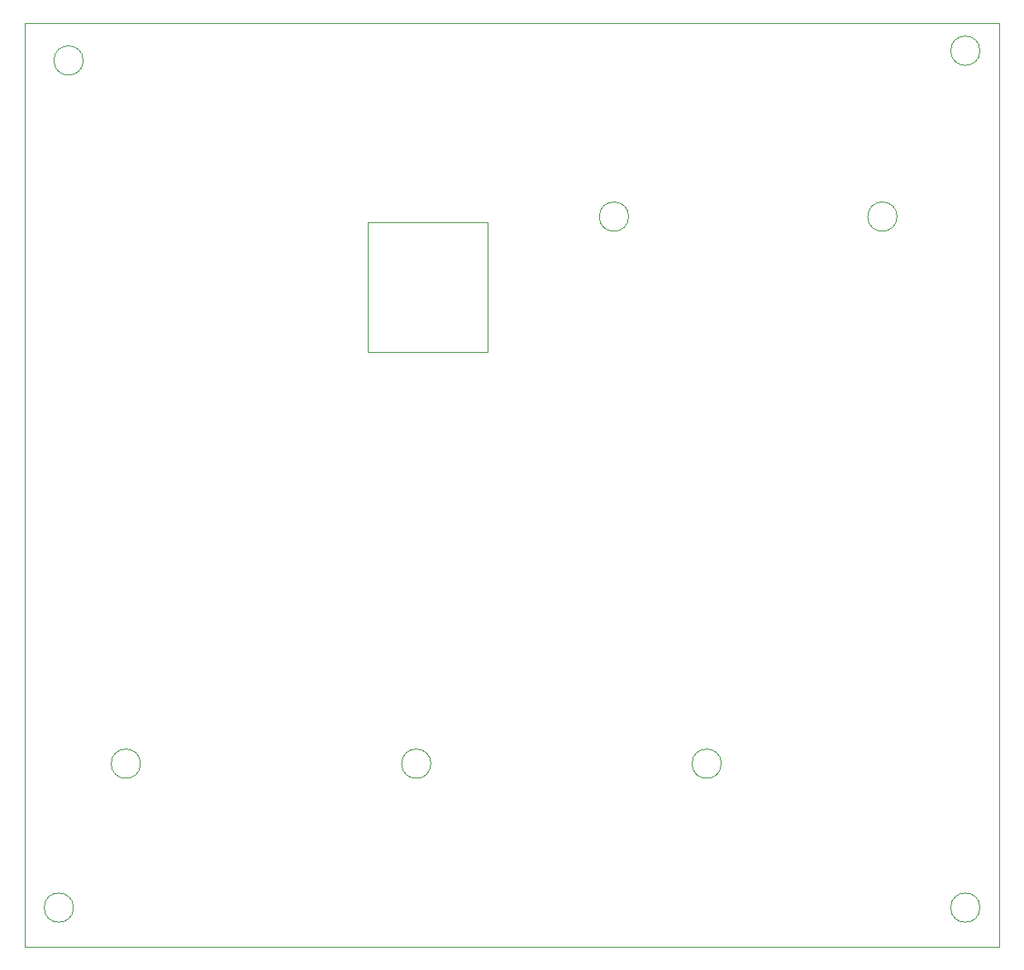
<source format=gbr>
%TF.GenerationSoftware,KiCad,Pcbnew,(5.1.9-0-10_14)*%
%TF.CreationDate,2021-05-27T00:43:31-07:00*%
%TF.ProjectId,tp_radio_board,74705f72-6164-4696-9f5f-626f6172642e,rev?*%
%TF.SameCoordinates,Original*%
%TF.FileFunction,Profile,NP*%
%FSLAX46Y46*%
G04 Gerber Fmt 4.6, Leading zero omitted, Abs format (unit mm)*
G04 Created by KiCad (PCBNEW (5.1.9-0-10_14)) date 2021-05-27 00:43:31*
%MOMM*%
%LPD*%
G01*
G04 APERTURE LIST*
%TA.AperFunction,Profile*%
%ADD10C,0.050000*%
%TD*%
G04 APERTURE END LIST*
D10*
X34090000Y-170350000D02*
G75*
G03*
X34090000Y-170350000I-1500000J0D01*
G01*
X63840000Y-170350000D02*
G75*
G03*
X63840000Y-170350000I-1500000J0D01*
G01*
X93590000Y-170350000D02*
G75*
G03*
X93590000Y-170350000I-1500000J0D01*
G01*
X111590000Y-114290000D02*
G75*
G03*
X111590000Y-114290000I-1500000J0D01*
G01*
X84090000Y-114290000D02*
G75*
G03*
X84090000Y-114290000I-1500000J0D01*
G01*
X28220000Y-98290000D02*
G75*
G03*
X28220000Y-98290000I-1500000J0D01*
G01*
X27220000Y-185100000D02*
G75*
G03*
X27220000Y-185100000I-1500000J0D01*
G01*
X120090000Y-97290000D02*
G75*
G03*
X120090000Y-97290000I-1500000J0D01*
G01*
X120090000Y-185100000D02*
G75*
G03*
X120090000Y-185100000I-1500000J0D01*
G01*
X22220000Y-189100000D02*
X122090000Y-189100000D01*
X22220000Y-94500000D02*
X122090000Y-94500000D01*
X122090000Y-94500000D02*
X122090000Y-189100000D01*
X22220000Y-94500000D02*
X22220000Y-189100000D01*
X57400000Y-114890000D02*
X57400000Y-128130000D01*
X69620000Y-114890000D02*
X57400000Y-114890000D01*
X69620000Y-128130000D02*
X69620000Y-114890000D01*
X57400000Y-128130000D02*
X69620000Y-128130000D01*
M02*

</source>
